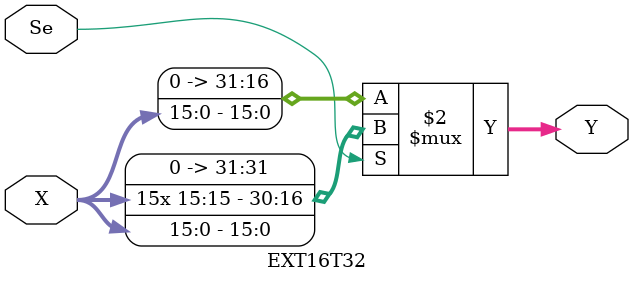
<source format=v>
module EXT16T32(X, Se, Y);

  input [15:0] X;
  input Se;
  output [31:0] Y;
  assign Y = (Se == 1'b1) ? {{15{X[15]}}, X} : {{15{1'b0}},X};
endmodule
</source>
